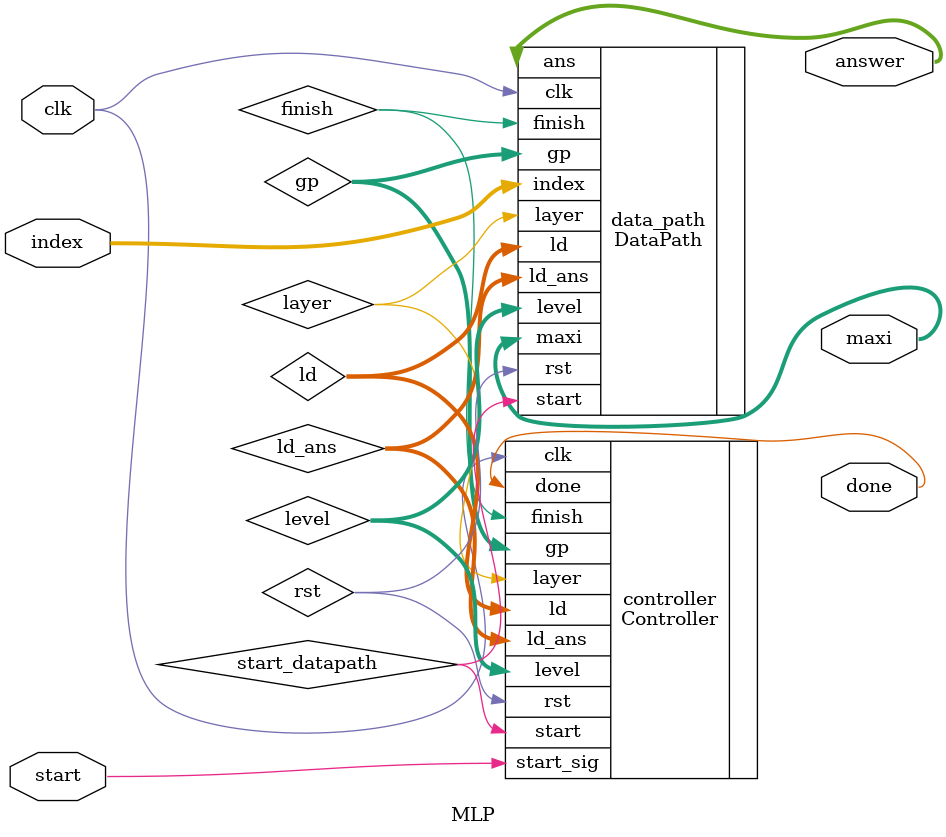
<source format=v>
module MLP(clk, start, index, maxi, done, answer);
	input clk;
	input start;
	input [9 : 0]index;

	output [9 : 0]maxi;
	output done;
	output [79 : 0]answer;

	wire start_datapath;
	wire [1 : 0]gp;
	wire layer;
	wire [2 : 0]level;
	wire [3 : 0]ld;
	wire [1 : 0]ld_ans;
	wire finish;
	wire rst;

	DataPath data_path(.clk(clk), .start(start_datapath), .rst(rst), .gp(gp), .layer(layer), .level(level), .ld(ld),
			.ld_ans(ld_ans), .index(index), .finish(finish), .ans(answer), .maxi(maxi));

	Controller controller(.clk(clk), .start_sig(start), .finish(finish), .gp(gp), .level(level), .rst(rst),
			.layer(layer), .start(start_datapath), .ld(ld), .ld_ans(ld_ans), .done(done));
endmodule

</source>
